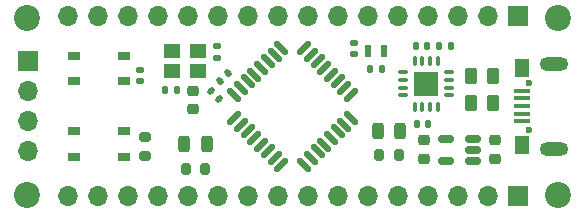
<source format=gts>
G04 #@! TF.GenerationSoftware,KiCad,Pcbnew,7.0.7*
G04 #@! TF.CreationDate,2023-09-06T15:40:30-04:00*
G04 #@! TF.ProjectId,stm8l151k6t6_board,73746d38-6c31-4353-916b-3674365f626f,rev?*
G04 #@! TF.SameCoordinates,Original*
G04 #@! TF.FileFunction,Soldermask,Top*
G04 #@! TF.FilePolarity,Negative*
%FSLAX46Y46*%
G04 Gerber Fmt 4.6, Leading zero omitted, Abs format (unit mm)*
G04 Created by KiCad (PCBNEW 7.0.7) date 2023-09-06 15:40:30*
%MOMM*%
%LPD*%
G01*
G04 APERTURE LIST*
G04 Aperture macros list*
%AMRoundRect*
0 Rectangle with rounded corners*
0 $1 Rounding radius*
0 $2 $3 $4 $5 $6 $7 $8 $9 X,Y pos of 4 corners*
0 Add a 4 corners polygon primitive as box body*
4,1,4,$2,$3,$4,$5,$6,$7,$8,$9,$2,$3,0*
0 Add four circle primitives for the rounded corners*
1,1,$1+$1,$2,$3*
1,1,$1+$1,$4,$5*
1,1,$1+$1,$6,$7*
1,1,$1+$1,$8,$9*
0 Add four rect primitives between the rounded corners*
20,1,$1+$1,$2,$3,$4,$5,0*
20,1,$1+$1,$4,$5,$6,$7,0*
20,1,$1+$1,$6,$7,$8,$9,0*
20,1,$1+$1,$8,$9,$2,$3,0*%
G04 Aperture macros list end*
%ADD10RoundRect,0.140000X-0.140000X-0.170000X0.140000X-0.170000X0.140000X0.170000X-0.140000X0.170000X0*%
%ADD11RoundRect,0.150000X0.512500X0.150000X-0.512500X0.150000X-0.512500X-0.150000X0.512500X-0.150000X0*%
%ADD12RoundRect,0.225000X0.250000X-0.225000X0.250000X0.225000X-0.250000X0.225000X-0.250000X-0.225000X0*%
%ADD13R,1.400000X1.200000*%
%ADD14RoundRect,0.250000X0.262500X0.450000X-0.262500X0.450000X-0.262500X-0.450000X0.262500X-0.450000X0*%
%ADD15RoundRect,0.140000X0.170000X-0.140000X0.170000X0.140000X-0.170000X0.140000X-0.170000X-0.140000X0*%
%ADD16RoundRect,0.140000X0.021213X-0.219203X0.219203X-0.021213X-0.021213X0.219203X-0.219203X0.021213X0*%
%ADD17RoundRect,0.200000X0.275000X-0.200000X0.275000X0.200000X-0.275000X0.200000X-0.275000X-0.200000X0*%
%ADD18RoundRect,0.200000X0.200000X0.275000X-0.200000X0.275000X-0.200000X-0.275000X0.200000X-0.275000X0*%
%ADD19C,0.600000*%
%ADD20R,1.350013X0.400000*%
%ADD21R,1.199898X1.600000*%
%ADD22O,2.400000X1.200000*%
%ADD23RoundRect,0.140000X0.140000X0.170000X-0.140000X0.170000X-0.140000X-0.170000X0.140000X-0.170000X0*%
%ADD24RoundRect,0.075000X0.075000X-0.350000X0.075000X0.350000X-0.075000X0.350000X-0.075000X-0.350000X0*%
%ADD25RoundRect,0.075000X0.350000X-0.075000X0.350000X0.075000X-0.350000X0.075000X-0.350000X-0.075000X0*%
%ADD26R,2.100000X2.100000*%
%ADD27RoundRect,0.125000X-0.530330X0.353553X0.353553X-0.530330X0.530330X-0.353553X-0.353553X0.530330X0*%
%ADD28RoundRect,0.125000X-0.530330X-0.353553X-0.353553X-0.530330X0.530330X0.353553X0.353553X0.530330X0*%
%ADD29R,1.050013X0.700000*%
%ADD30RoundRect,0.243750X0.243750X0.456250X-0.243750X0.456250X-0.243750X-0.456250X0.243750X-0.456250X0*%
%ADD31R,0.600000X1.100000*%
%ADD32RoundRect,0.140000X-0.219203X-0.021213X-0.021213X-0.219203X0.219203X0.021213X0.021213X0.219203X0*%
%ADD33RoundRect,0.225000X-0.250000X0.225000X-0.250000X-0.225000X0.250000X-0.225000X0.250000X0.225000X0*%
%ADD34C,2.200000*%
%ADD35R,1.700000X1.700000*%
%ADD36O,1.700000X1.700000*%
%ADD37RoundRect,0.140000X-0.170000X0.140000X-0.170000X-0.140000X0.170000X-0.140000X0.170000X0.140000X0*%
G04 APERTURE END LIST*
D10*
X143570000Y-109800000D03*
X144530000Y-109800000D03*
D11*
X152237500Y-117650000D03*
X152237500Y-116700000D03*
X152237500Y-115750000D03*
X149962500Y-115750000D03*
X149962500Y-117650000D03*
D12*
X128550000Y-113225000D03*
X128550000Y-111675000D03*
D13*
X126800000Y-110050000D03*
X129000000Y-110050000D03*
X129000000Y-108350000D03*
X126800000Y-108350000D03*
D14*
X153962500Y-112750000D03*
X152137500Y-112750000D03*
D15*
X124100076Y-110854930D03*
X124100076Y-109894930D03*
D16*
X130810589Y-110889411D03*
X131489411Y-110210589D03*
D17*
X124500000Y-117225000D03*
X124500000Y-115575000D03*
D18*
X129600000Y-118325000D03*
X127950000Y-118325000D03*
D19*
X156984315Y-115000000D03*
X156984315Y-111000000D03*
D20*
X156449898Y-114270003D03*
X156449898Y-113619761D03*
X156449898Y-112969520D03*
X156449898Y-112319279D03*
X156449898Y-111669037D03*
D21*
X156374968Y-116249936D03*
X156374968Y-109750064D03*
D22*
X159125032Y-116575057D03*
X159125032Y-109424943D03*
D23*
X148380000Y-107900000D03*
X147420000Y-107900000D03*
D10*
X149420000Y-107900000D03*
X150380000Y-107900000D03*
X126220000Y-111600000D03*
X127180000Y-111600000D03*
D24*
X147325000Y-113050000D03*
X147975000Y-113050000D03*
X148625000Y-113050000D03*
X149275000Y-113050000D03*
D25*
X150250000Y-112075000D03*
X150250000Y-111425000D03*
X150250000Y-110775000D03*
X150250000Y-110125000D03*
D24*
X149275000Y-109150000D03*
X148625000Y-109150000D03*
X147975000Y-109150000D03*
X147325000Y-109150000D03*
D25*
X146350000Y-110125000D03*
X146350000Y-110775000D03*
X146350000Y-111425000D03*
X146350000Y-112075000D03*
D26*
X148300000Y-111100000D03*
D27*
X136027728Y-108067930D03*
X135462043Y-108633616D03*
X134896357Y-109199301D03*
X134330672Y-109764986D03*
X133764986Y-110330672D03*
X133199301Y-110896357D03*
X132633616Y-111462043D03*
X132067930Y-112027728D03*
D28*
X132067930Y-113972272D03*
X132633616Y-114537957D03*
X133199301Y-115103643D03*
X133764986Y-115669328D03*
X134330672Y-116235014D03*
X134896357Y-116800699D03*
X135462043Y-117366384D03*
X136027728Y-117932070D03*
D27*
X137972272Y-117932070D03*
X138537957Y-117366384D03*
X139103643Y-116800699D03*
X139669328Y-116235014D03*
X140235014Y-115669328D03*
X140800699Y-115103643D03*
X141366384Y-114537957D03*
X141932070Y-113972272D03*
D28*
X141932070Y-112027728D03*
X141366384Y-111462043D03*
X140800699Y-110896357D03*
X140235014Y-110330672D03*
X139669328Y-109764986D03*
X139103643Y-109199301D03*
X138537957Y-108633616D03*
X137972272Y-108067930D03*
D12*
X148100000Y-117425000D03*
X148100000Y-115875000D03*
D15*
X142150000Y-108580000D03*
X142150000Y-107620000D03*
D29*
X122700076Y-117274930D03*
X118499924Y-117274930D03*
X122700076Y-115125070D03*
X118499924Y-115125070D03*
D14*
X153962500Y-110450000D03*
X152137500Y-110450000D03*
D30*
X146087500Y-115100000D03*
X144212500Y-115100000D03*
D31*
X144750000Y-108300000D03*
X143350000Y-108300000D03*
D32*
X130060589Y-111710589D03*
X130739411Y-112389411D03*
D33*
X154100000Y-115875000D03*
X154100000Y-117425000D03*
D34*
X114500000Y-120500000D03*
X114500000Y-105500000D03*
D18*
X145975000Y-117100000D03*
X144325000Y-117100000D03*
D10*
X147520000Y-114500000D03*
X148480000Y-114500000D03*
D29*
X118499924Y-108725070D03*
X122700076Y-108725070D03*
X118499924Y-110874930D03*
X122700076Y-110874930D03*
D34*
X159500000Y-105500000D03*
X159500000Y-120500000D03*
D35*
X114600000Y-109150000D03*
D36*
X114600000Y-111690000D03*
X114600000Y-114230000D03*
X114600000Y-116770000D03*
D37*
X130600000Y-107920000D03*
X130600000Y-108880000D03*
D30*
X129712500Y-116225000D03*
X127837500Y-116225000D03*
D35*
X156050000Y-120600000D03*
D36*
X153510000Y-120600000D03*
X150970000Y-120600000D03*
X148430000Y-120600000D03*
X145890000Y-120600000D03*
X143350000Y-120600000D03*
X140810000Y-120600000D03*
X138270000Y-120600000D03*
X135730000Y-120600000D03*
X133190000Y-120600000D03*
X130650000Y-120600000D03*
X128110000Y-120600000D03*
X125570000Y-120600000D03*
X123030000Y-120600000D03*
X120490000Y-120600000D03*
X117950000Y-120600000D03*
D35*
X156050000Y-105380000D03*
D36*
X153510000Y-105380000D03*
X150970000Y-105380000D03*
X148430000Y-105380000D03*
X145890000Y-105380000D03*
X143350000Y-105380000D03*
X140810000Y-105380000D03*
X138270000Y-105380000D03*
X135730000Y-105380000D03*
X133190000Y-105380000D03*
X130650000Y-105380000D03*
X128110000Y-105380000D03*
X125570000Y-105380000D03*
X123030000Y-105380000D03*
X120490000Y-105380000D03*
X117950000Y-105380000D03*
M02*

</source>
